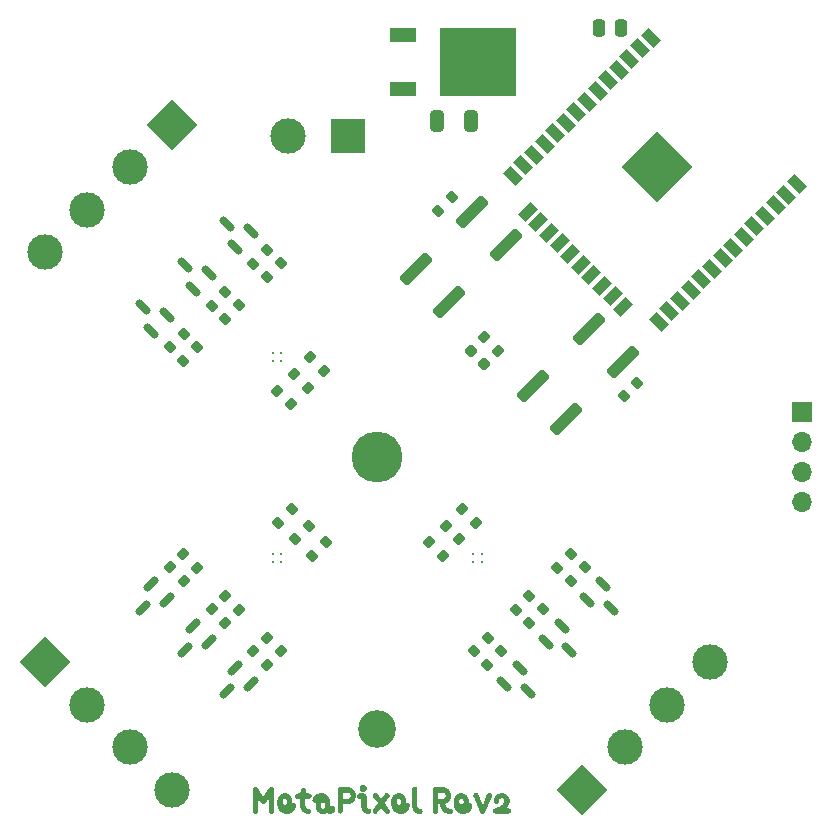
<source format=gts>
G04 #@! TF.GenerationSoftware,KiCad,Pcbnew,(7.0.0)*
G04 #@! TF.CreationDate,2023-02-17T18:54:55+01:00*
G04 #@! TF.ProjectId,enorme-metapixel,656e6f72-6d65-42d6-9d65-746170697865,rev?*
G04 #@! TF.SameCoordinates,Original*
G04 #@! TF.FileFunction,Soldermask,Top*
G04 #@! TF.FilePolarity,Negative*
%FSLAX46Y46*%
G04 Gerber Fmt 4.6, Leading zero omitted, Abs format (unit mm)*
G04 Created by KiCad (PCBNEW (7.0.0)) date 2023-02-17 18:54:55*
%MOMM*%
%LPD*%
G01*
G04 APERTURE LIST*
G04 Aperture macros list*
%AMRoundRect*
0 Rectangle with rounded corners*
0 $1 Rounding radius*
0 $2 $3 $4 $5 $6 $7 $8 $9 X,Y pos of 4 corners*
0 Add a 4 corners polygon primitive as box body*
4,1,4,$2,$3,$4,$5,$6,$7,$8,$9,$2,$3,0*
0 Add four circle primitives for the rounded corners*
1,1,$1+$1,$2,$3*
1,1,$1+$1,$4,$5*
1,1,$1+$1,$6,$7*
1,1,$1+$1,$8,$9*
0 Add four rect primitives between the rounded corners*
20,1,$1+$1,$2,$3,$4,$5,0*
20,1,$1+$1,$4,$5,$6,$7,0*
20,1,$1+$1,$6,$7,$8,$9,0*
20,1,$1+$1,$8,$9,$2,$3,0*%
%AMRotRect*
0 Rectangle, with rotation*
0 The origin of the aperture is its center*
0 $1 length*
0 $2 width*
0 $3 Rotation angle, in degrees counterclockwise*
0 Add horizontal line*
21,1,$1,$2,0,0,$3*%
G04 Aperture macros list end*
%ADD10C,0.200000*%
%ADD11RoundRect,0.150000X-0.521491X0.309359X0.309359X-0.521491X0.521491X-0.309359X-0.309359X0.521491X0*%
%ADD12R,0.290000X0.290000*%
%ADD13RoundRect,0.200000X0.335876X0.053033X0.053033X0.335876X-0.335876X-0.053033X-0.053033X-0.335876X0*%
%ADD14R,1.700000X1.700000*%
%ADD15O,1.700000X1.700000*%
%ADD16RoundRect,0.200000X-0.053033X0.335876X-0.335876X0.053033X0.053033X-0.335876X0.335876X-0.053033X0*%
%ADD17C,4.300000*%
%ADD18RoundRect,0.200000X-0.335876X-0.053033X-0.053033X-0.335876X0.335876X0.053033X0.053033X0.335876X0*%
%ADD19RotRect,1.500000X0.900000X315.000000*%
%ADD20RotRect,1.500000X0.900000X45.000000*%
%ADD21C,0.475000*%
%ADD22RotRect,4.200000X4.200000X315.000000*%
%ADD23RotRect,3.000000X3.000000X315.000000*%
%ADD24C,3.000000*%
%ADD25RotRect,3.000000X3.000000X45.000000*%
%ADD26RoundRect,0.250000X-0.777817X-1.131371X1.131371X0.777817X0.777817X1.131371X-1.131371X-0.777817X0*%
%ADD27RoundRect,0.200000X0.053033X-0.335876X0.335876X-0.053033X-0.053033X0.335876X-0.335876X0.053033X0*%
%ADD28R,3.000000X3.000000*%
%ADD29RoundRect,0.150000X0.309359X0.521491X-0.521491X-0.309359X-0.309359X-0.521491X0.521491X0.309359X0*%
%ADD30RoundRect,0.250000X0.777817X1.131371X-1.131371X-0.777817X-0.777817X-1.131371X1.131371X0.777817X0*%
%ADD31C,3.200000*%
%ADD32RoundRect,0.250000X-0.325000X-0.650000X0.325000X-0.650000X0.325000X0.650000X-0.325000X0.650000X0*%
%ADD33RoundRect,0.150000X0.521491X-0.309359X-0.309359X0.521491X-0.521491X0.309359X0.309359X-0.521491X0*%
%ADD34R,2.200000X1.200000*%
%ADD35R,6.400000X5.800000*%
%ADD36RotRect,3.000000X3.000000X225.000000*%
%ADD37RoundRect,0.218750X0.335876X0.026517X0.026517X0.335876X-0.335876X-0.026517X-0.026517X-0.335876X0*%
%ADD38RoundRect,0.250000X-0.250000X-0.475000X0.250000X-0.475000X0.250000X0.475000X-0.250000X0.475000X0*%
G04 APERTURE END LIST*
D10*
G36*
X157226217Y-125963856D02*
G01*
X157205893Y-125968701D01*
X157185984Y-125975257D01*
X157166674Y-125983511D01*
X157148147Y-125993446D01*
X157130586Y-126005050D01*
X157114174Y-126018307D01*
X157099095Y-126033203D01*
X157085533Y-126049723D01*
X157073671Y-126067854D01*
X157063693Y-126087580D01*
X157058178Y-126101609D01*
X157049681Y-126123344D01*
X157043581Y-126145659D01*
X157040107Y-126168515D01*
X157039493Y-126191872D01*
X157041333Y-126211693D01*
X157043523Y-126223731D01*
X157045966Y-128039921D01*
X157047309Y-128066841D01*
X157051215Y-128092092D01*
X157057500Y-128115665D01*
X157065978Y-128137549D01*
X157076466Y-128157736D01*
X157088779Y-128176217D01*
X157102731Y-128192981D01*
X157118140Y-128208021D01*
X157134818Y-128221326D01*
X157152584Y-128232887D01*
X157171250Y-128242695D01*
X157190634Y-128250740D01*
X157210550Y-128257014D01*
X157230814Y-128261507D01*
X157251241Y-128264210D01*
X157271646Y-128265113D01*
X157292535Y-128264210D01*
X157313320Y-128261507D01*
X157333831Y-128257014D01*
X157353895Y-128250740D01*
X157373341Y-128242695D01*
X157391997Y-128232887D01*
X157409691Y-128221326D01*
X157426252Y-128208021D01*
X157441508Y-128192981D01*
X157455286Y-128176217D01*
X157467416Y-128157736D01*
X157477726Y-128137549D01*
X157486044Y-128115665D01*
X157492197Y-128092092D01*
X157496016Y-128066841D01*
X157497327Y-128039921D01*
X157494396Y-126916892D01*
X157768436Y-127312077D01*
X157783130Y-127331709D01*
X157798815Y-127349140D01*
X157815348Y-127364413D01*
X157832587Y-127377567D01*
X157850390Y-127388645D01*
X157868613Y-127397687D01*
X157887116Y-127404734D01*
X157911972Y-127411098D01*
X157936733Y-127414086D01*
X157955038Y-127414171D01*
X157979504Y-127413651D01*
X158004314Y-127409828D01*
X158029123Y-127402604D01*
X158047524Y-127394897D01*
X158065587Y-127385181D01*
X158083166Y-127373415D01*
X158100118Y-127359559D01*
X158116297Y-127343572D01*
X158131558Y-127325411D01*
X158141151Y-127312077D01*
X158412749Y-126916892D01*
X158412749Y-128039921D01*
X158414086Y-128066841D01*
X158417978Y-128092092D01*
X158424241Y-128115665D01*
X158432693Y-128137549D01*
X158443151Y-128157736D01*
X158455433Y-128176217D01*
X158469357Y-128192981D01*
X158484739Y-128208021D01*
X158501399Y-128221326D01*
X158519152Y-128232887D01*
X158537817Y-128242695D01*
X158557211Y-128250740D01*
X158577151Y-128257014D01*
X158597456Y-128261507D01*
X158617943Y-128264210D01*
X158638429Y-128265113D01*
X158659237Y-128264210D01*
X158679963Y-128261507D01*
X158700432Y-128257014D01*
X158720472Y-128250740D01*
X158739907Y-128242695D01*
X158758565Y-128232887D01*
X158776271Y-128221326D01*
X158792852Y-128208021D01*
X158808133Y-128192981D01*
X158821940Y-128176217D01*
X158834101Y-128157736D01*
X158844440Y-128137549D01*
X158852785Y-128115665D01*
X158858960Y-128092092D01*
X158862793Y-128066841D01*
X158864110Y-128039921D01*
X158864110Y-126223731D01*
X158866944Y-126203535D01*
X158867721Y-126183353D01*
X158866530Y-126163341D01*
X158863461Y-126143655D01*
X158858603Y-126124453D01*
X158852045Y-126105890D01*
X158848966Y-126098679D01*
X158840348Y-126078534D01*
X158829739Y-126059879D01*
X158817336Y-126042735D01*
X158803337Y-126027126D01*
X158787941Y-126013072D01*
X158771345Y-126000594D01*
X158753748Y-125989716D01*
X158735348Y-125980457D01*
X158716342Y-125972841D01*
X158696929Y-125966889D01*
X158683858Y-125963856D01*
X158661265Y-125959649D01*
X158638092Y-125958018D01*
X158614620Y-125958962D01*
X158591127Y-125962483D01*
X158567894Y-125968579D01*
X158545200Y-125977252D01*
X158536336Y-125981442D01*
X158515846Y-125992524D01*
X158496299Y-126006389D01*
X158481586Y-126019333D01*
X158467901Y-126033799D01*
X158455432Y-126049674D01*
X158444369Y-126066843D01*
X158434900Y-126085190D01*
X158430823Y-126094771D01*
X157955038Y-126796725D01*
X157479253Y-126094771D01*
X157470633Y-126075863D01*
X157460301Y-126058363D01*
X157448469Y-126042306D01*
X157435350Y-126027726D01*
X157417462Y-126011630D01*
X157398306Y-125997962D01*
X157378296Y-125986790D01*
X157374228Y-125984861D01*
X157356208Y-125975764D01*
X157337775Y-125968596D01*
X157314364Y-125962288D01*
X157290792Y-125958853D01*
X157267327Y-125958214D01*
X157244238Y-125960291D01*
X157226217Y-125963856D01*
G37*
G36*
X159796737Y-126507515D02*
G01*
X159832499Y-126510333D01*
X159867267Y-126514970D01*
X159901028Y-126521375D01*
X159933771Y-126529499D01*
X159965483Y-126539292D01*
X159996152Y-126550704D01*
X160025767Y-126563686D01*
X160054314Y-126578188D01*
X160081783Y-126594160D01*
X160108160Y-126611552D01*
X160133435Y-126630315D01*
X160157594Y-126650399D01*
X160180626Y-126671754D01*
X160202519Y-126694330D01*
X160223260Y-126718078D01*
X160242838Y-126742949D01*
X160261240Y-126768891D01*
X160278454Y-126795856D01*
X160294469Y-126823794D01*
X160309272Y-126852654D01*
X160322851Y-126882388D01*
X160335194Y-126912946D01*
X160346290Y-126944278D01*
X160356125Y-126976334D01*
X160364688Y-127009064D01*
X160371966Y-127042419D01*
X160377949Y-127076348D01*
X160382623Y-127110803D01*
X160385976Y-127145734D01*
X160387997Y-127181090D01*
X160388673Y-127216822D01*
X160388607Y-127229169D01*
X160388107Y-127253543D01*
X160387195Y-127277012D01*
X160385962Y-127299005D01*
X160384110Y-127323546D01*
X160382079Y-127343768D01*
X160378904Y-127364345D01*
X160391446Y-127360148D01*
X160411632Y-127355674D01*
X160433949Y-127352124D01*
X160454783Y-127350014D01*
X160476601Y-127349202D01*
X160499742Y-127350356D01*
X160522836Y-127353787D01*
X160545628Y-127359448D01*
X160567864Y-127367291D01*
X160589289Y-127377270D01*
X160609651Y-127389336D01*
X160628695Y-127403443D01*
X160646166Y-127419544D01*
X160661812Y-127437591D01*
X160675377Y-127457537D01*
X160686609Y-127479335D01*
X160695252Y-127502938D01*
X160701052Y-127528298D01*
X160703757Y-127555368D01*
X160703112Y-127584101D01*
X160698862Y-127614450D01*
X160690793Y-127651515D01*
X160681441Y-127687686D01*
X160670831Y-127722945D01*
X160658987Y-127757272D01*
X160645935Y-127790649D01*
X160631699Y-127823057D01*
X160616304Y-127854479D01*
X160599776Y-127884895D01*
X160582138Y-127914287D01*
X160563416Y-127942637D01*
X160543634Y-127969926D01*
X160522818Y-127996135D01*
X160500992Y-128021247D01*
X160478182Y-128045241D01*
X160454412Y-128068101D01*
X160429706Y-128089807D01*
X160404091Y-128110341D01*
X160377590Y-128129685D01*
X160350228Y-128147819D01*
X160322031Y-128164726D01*
X160293024Y-128180387D01*
X160263230Y-128194782D01*
X160232676Y-128207895D01*
X160201385Y-128219706D01*
X160169383Y-128230197D01*
X160136695Y-128239349D01*
X160103345Y-128247144D01*
X160069358Y-128253564D01*
X160034760Y-128258588D01*
X159999575Y-128262201D01*
X159963827Y-128264382D01*
X159927543Y-128265113D01*
X159925100Y-128265113D01*
X159880789Y-128264049D01*
X159837451Y-128260883D01*
X159795115Y-128255653D01*
X159753808Y-128248400D01*
X159713560Y-128239161D01*
X159674398Y-128227976D01*
X159636351Y-128214884D01*
X159599448Y-128199923D01*
X159563718Y-128183132D01*
X159529187Y-128164550D01*
X159495886Y-128144217D01*
X159463842Y-128122170D01*
X159433084Y-128098450D01*
X159403640Y-128073094D01*
X159375539Y-128046143D01*
X159348809Y-128017634D01*
X159323479Y-127987606D01*
X159299577Y-127956099D01*
X159277131Y-127923151D01*
X159256171Y-127888802D01*
X159236724Y-127853090D01*
X159218818Y-127816054D01*
X159202483Y-127777733D01*
X159187747Y-127738166D01*
X159174637Y-127697392D01*
X159163184Y-127655450D01*
X159153414Y-127612378D01*
X159145357Y-127568216D01*
X159139041Y-127523003D01*
X159134494Y-127476776D01*
X159131745Y-127429577D01*
X159130823Y-127381442D01*
X159130823Y-127219265D01*
X159130868Y-127216822D01*
X159576810Y-127216822D01*
X159577083Y-127236541D01*
X159579214Y-127273175D01*
X159583335Y-127306211D01*
X159589301Y-127335812D01*
X159596966Y-127362146D01*
X159606183Y-127385377D01*
X159616807Y-127405670D01*
X159628692Y-127423190D01*
X159641692Y-127438103D01*
X159662963Y-127455947D01*
X159685921Y-127468853D01*
X159710074Y-127477382D01*
X159734928Y-127482090D01*
X159759992Y-127483535D01*
X159785508Y-127482090D01*
X159810636Y-127477382D01*
X159834915Y-127468853D01*
X159857880Y-127455947D01*
X159879068Y-127438103D01*
X159891976Y-127423190D01*
X159903752Y-127405670D01*
X159914256Y-127385377D01*
X159923352Y-127362146D01*
X159930903Y-127335812D01*
X159936770Y-127306211D01*
X159940817Y-127273175D01*
X159942907Y-127236541D01*
X159943174Y-127216822D01*
X159942907Y-127197066D01*
X159940817Y-127160405D01*
X159936770Y-127127399D01*
X159930903Y-127097876D01*
X159923352Y-127071662D01*
X159914256Y-127048585D01*
X159903752Y-127028471D01*
X159891976Y-127011146D01*
X159879068Y-126996439D01*
X159857880Y-126978905D01*
X159834915Y-126966285D01*
X159810636Y-126957994D01*
X159785508Y-126953448D01*
X159759992Y-126952063D01*
X159734027Y-126953636D01*
X159710467Y-126958210D01*
X159689214Y-126965571D01*
X159670164Y-126975503D01*
X159653219Y-126987790D01*
X159638276Y-127002218D01*
X159625236Y-127018570D01*
X159613996Y-127036632D01*
X159604457Y-127056188D01*
X159596517Y-127077023D01*
X159590075Y-127098921D01*
X159585030Y-127121667D01*
X159581283Y-127145045D01*
X159578731Y-127168841D01*
X159577273Y-127192838D01*
X159576810Y-127216822D01*
X159130868Y-127216822D01*
X159131491Y-127183311D01*
X159133488Y-127147746D01*
X159136804Y-127112621D01*
X159141428Y-127077985D01*
X159147351Y-127043886D01*
X159154561Y-127010374D01*
X159163048Y-126977498D01*
X159172802Y-126945308D01*
X159183813Y-126913853D01*
X159196069Y-126883182D01*
X159209562Y-126853345D01*
X159224280Y-126824390D01*
X159240213Y-126796367D01*
X159257351Y-126769326D01*
X159275682Y-126743315D01*
X159295198Y-126718384D01*
X159315887Y-126694582D01*
X159337740Y-126671958D01*
X159360745Y-126650563D01*
X159384893Y-126630444D01*
X159410172Y-126611651D01*
X159436573Y-126594235D01*
X159464086Y-126578242D01*
X159492699Y-126563725D01*
X159522403Y-126550730D01*
X159553187Y-126539308D01*
X159585041Y-126529508D01*
X159617954Y-126521380D01*
X159651916Y-126514972D01*
X159686916Y-126510334D01*
X159722945Y-126507515D01*
X159759992Y-126506564D01*
X159796737Y-126507515D01*
G37*
G36*
X160857131Y-126983326D02*
G01*
X161068157Y-126983326D01*
X161068157Y-127519195D01*
X161068892Y-127557995D01*
X161071090Y-127596238D01*
X161074739Y-127633881D01*
X161079829Y-127670878D01*
X161086348Y-127707186D01*
X161094284Y-127742760D01*
X161103627Y-127777557D01*
X161114365Y-127811531D01*
X161126486Y-127844638D01*
X161139981Y-127876835D01*
X161154837Y-127908076D01*
X161171042Y-127938319D01*
X161188587Y-127967517D01*
X161207459Y-127995628D01*
X161227648Y-128022606D01*
X161249141Y-128048408D01*
X161271928Y-128072989D01*
X161295998Y-128096306D01*
X161321338Y-128118313D01*
X161347939Y-128138966D01*
X161375788Y-128158221D01*
X161404875Y-128176035D01*
X161435188Y-128192362D01*
X161466716Y-128207158D01*
X161499447Y-128220380D01*
X161533370Y-128231982D01*
X161568475Y-128241921D01*
X161604749Y-128250152D01*
X161642182Y-128256631D01*
X161680762Y-128261313D01*
X161720478Y-128264155D01*
X161761318Y-128265113D01*
X161787937Y-128263835D01*
X161812838Y-128260109D01*
X161836022Y-128254100D01*
X161857489Y-128245970D01*
X161877238Y-128235882D01*
X161895270Y-128224000D01*
X161911585Y-128210486D01*
X161926182Y-128195503D01*
X161939062Y-128179216D01*
X161950225Y-128161786D01*
X161959670Y-128143378D01*
X161967398Y-128124154D01*
X161973409Y-128104277D01*
X161977702Y-128083911D01*
X161980278Y-128063219D01*
X161981137Y-128042363D01*
X161980278Y-128021508D01*
X161977702Y-128000815D01*
X161973409Y-127980449D01*
X161967398Y-127960572D01*
X161959670Y-127941348D01*
X161950225Y-127922940D01*
X161939062Y-127905510D01*
X161926182Y-127889223D01*
X161911585Y-127874241D01*
X161895270Y-127860727D01*
X161877238Y-127848844D01*
X161857489Y-127838756D01*
X161836022Y-127830626D01*
X161812838Y-127824617D01*
X161787937Y-127820892D01*
X161761318Y-127819614D01*
X161728591Y-127818299D01*
X161698504Y-127814406D01*
X161670984Y-127808015D01*
X161645959Y-127799204D01*
X161623356Y-127788052D01*
X161603100Y-127774637D01*
X161585121Y-127759038D01*
X161569343Y-127741334D01*
X161555696Y-127721603D01*
X161544104Y-127699925D01*
X161534496Y-127676378D01*
X161526799Y-127651040D01*
X161520940Y-127623991D01*
X161516844Y-127595309D01*
X161514441Y-127565073D01*
X161513656Y-127533361D01*
X161513656Y-126983326D01*
X161800397Y-126983326D01*
X161828524Y-126982048D01*
X161854836Y-126978323D01*
X161879334Y-126972314D01*
X161902017Y-126964184D01*
X161922886Y-126954096D01*
X161941940Y-126942213D01*
X161959179Y-126928699D01*
X161974603Y-126913717D01*
X161988213Y-126897429D01*
X162000008Y-126880000D01*
X162009989Y-126861592D01*
X162018155Y-126842367D01*
X162024506Y-126822491D01*
X162029043Y-126802125D01*
X162031765Y-126781432D01*
X162032672Y-126760577D01*
X162031765Y-126739721D01*
X162029043Y-126719029D01*
X162024506Y-126698663D01*
X162018155Y-126678786D01*
X162009989Y-126659562D01*
X162000008Y-126641153D01*
X161988213Y-126623724D01*
X161974603Y-126607436D01*
X161959179Y-126592454D01*
X161941940Y-126578940D01*
X161922886Y-126567058D01*
X161902017Y-126556970D01*
X161879334Y-126548840D01*
X161854836Y-126542830D01*
X161828524Y-126539105D01*
X161800397Y-126537827D01*
X161503398Y-126537827D01*
X161512986Y-126515565D01*
X161519714Y-126496721D01*
X161525963Y-126476214D01*
X161531661Y-126454204D01*
X161536737Y-126430849D01*
X161541117Y-126406309D01*
X161544729Y-126380743D01*
X161547501Y-126354312D01*
X161549359Y-126327173D01*
X161550233Y-126299488D01*
X161550292Y-126290165D01*
X161548977Y-126263272D01*
X161545149Y-126238098D01*
X161538987Y-126214646D01*
X161530669Y-126192918D01*
X161520373Y-126172916D01*
X161508278Y-126154642D01*
X161494561Y-126138098D01*
X161479401Y-126123286D01*
X161462976Y-126110209D01*
X161445464Y-126098868D01*
X161427043Y-126089267D01*
X161407891Y-126081406D01*
X161388187Y-126075288D01*
X161368109Y-126070916D01*
X161347835Y-126068291D01*
X161327543Y-126067415D01*
X161307245Y-126068291D01*
X161286956Y-126070916D01*
X161266853Y-126075288D01*
X161247118Y-126081406D01*
X161227930Y-126089267D01*
X161209468Y-126098868D01*
X161191911Y-126110209D01*
X161175441Y-126123286D01*
X161160235Y-126138098D01*
X161146474Y-126154642D01*
X161134337Y-126172916D01*
X161124005Y-126192918D01*
X161115655Y-126214646D01*
X161109469Y-126238098D01*
X161105626Y-126263272D01*
X161104305Y-126290165D01*
X161103273Y-126319592D01*
X161100190Y-126347229D01*
X161095080Y-126373062D01*
X161087964Y-126397075D01*
X161078864Y-126419253D01*
X161067803Y-126439581D01*
X161054803Y-126458045D01*
X161039886Y-126474629D01*
X161023074Y-126489319D01*
X161004390Y-126502098D01*
X160983855Y-126512953D01*
X160961492Y-126521867D01*
X160937322Y-126528827D01*
X160911369Y-126533817D01*
X160883655Y-126536822D01*
X160854200Y-126537827D01*
X160826561Y-126539105D01*
X160800706Y-126542830D01*
X160776635Y-126548840D01*
X160754349Y-126556970D01*
X160733848Y-126567058D01*
X160715133Y-126578940D01*
X160698204Y-126592454D01*
X160683062Y-126607436D01*
X160669708Y-126623724D01*
X160658142Y-126641153D01*
X160648364Y-126659562D01*
X160640375Y-126678786D01*
X160634176Y-126698663D01*
X160629767Y-126719029D01*
X160627149Y-126739721D01*
X160626322Y-126760577D01*
X160627286Y-126781432D01*
X160630043Y-126802125D01*
X160634593Y-126822491D01*
X160640936Y-126842367D01*
X160649073Y-126861592D01*
X160659005Y-126880000D01*
X160670731Y-126897429D01*
X160684253Y-126913717D01*
X160699571Y-126928699D01*
X160716686Y-126942213D01*
X160735597Y-126954096D01*
X160756307Y-126964184D01*
X160778814Y-126972314D01*
X160803120Y-126978323D01*
X160829226Y-126982048D01*
X160857131Y-126983326D01*
G37*
G36*
X162896917Y-126504087D02*
G01*
X162934589Y-126506902D01*
X162971902Y-126511575D01*
X163008796Y-126518091D01*
X163045212Y-126526434D01*
X163081091Y-126536588D01*
X163116373Y-126548537D01*
X163150999Y-126562267D01*
X163184909Y-126577761D01*
X163218045Y-126595004D01*
X163250346Y-126613981D01*
X163281753Y-126634675D01*
X163312207Y-126657072D01*
X163341649Y-126681156D01*
X163370018Y-126706910D01*
X163397257Y-126734321D01*
X163423305Y-126763371D01*
X163448102Y-126794046D01*
X163471590Y-126826330D01*
X163493710Y-126860207D01*
X163514401Y-126895662D01*
X163533604Y-126932679D01*
X163551261Y-126971243D01*
X163567311Y-127011338D01*
X163581695Y-127052948D01*
X163594354Y-127096059D01*
X163605228Y-127140654D01*
X163614259Y-127186717D01*
X163621386Y-127234235D01*
X163626550Y-127283189D01*
X163629692Y-127333566D01*
X163630753Y-127385350D01*
X163615121Y-127755134D01*
X163619333Y-127737593D01*
X163628560Y-127713498D01*
X163640942Y-127692043D01*
X163656100Y-127673202D01*
X163673654Y-127656951D01*
X163693226Y-127643267D01*
X163714436Y-127632125D01*
X163736904Y-127623501D01*
X163760253Y-127617371D01*
X163784102Y-127613710D01*
X163808073Y-127612496D01*
X163828962Y-127613392D01*
X163849747Y-127616071D01*
X163870258Y-127620517D01*
X163890322Y-127626715D01*
X163909768Y-127634651D01*
X163928424Y-127644309D01*
X163946118Y-127655675D01*
X163962679Y-127668733D01*
X163977935Y-127683468D01*
X163991713Y-127699865D01*
X164003843Y-127717910D01*
X164014153Y-127737586D01*
X164022471Y-127758880D01*
X164028625Y-127781776D01*
X164032443Y-127806259D01*
X164033754Y-127832314D01*
X164033208Y-127854572D01*
X164031587Y-127876539D01*
X164028915Y-127898189D01*
X164025215Y-127919493D01*
X164020511Y-127940424D01*
X164014826Y-127960956D01*
X164008186Y-127981061D01*
X164000613Y-128000712D01*
X163992131Y-128019881D01*
X163982764Y-128038541D01*
X163972536Y-128056666D01*
X163961471Y-128074226D01*
X163949592Y-128091196D01*
X163936924Y-128107548D01*
X163923489Y-128123255D01*
X163909312Y-128138289D01*
X163894417Y-128152624D01*
X163878827Y-128166231D01*
X163862566Y-128179084D01*
X163845658Y-128191156D01*
X163828127Y-128202418D01*
X163809996Y-128212844D01*
X163791290Y-128222407D01*
X163772032Y-128231079D01*
X163752246Y-128238833D01*
X163731956Y-128245641D01*
X163711185Y-128251477D01*
X163689957Y-128256313D01*
X163668296Y-128260122D01*
X163646227Y-128262876D01*
X163623772Y-128264549D01*
X163600955Y-128265113D01*
X163581131Y-128264671D01*
X163551973Y-128262400D01*
X163523599Y-128258289D01*
X163496107Y-128252439D01*
X163469596Y-128244952D01*
X163444166Y-128235929D01*
X163419915Y-128225471D01*
X163396942Y-128213680D01*
X163375347Y-128200658D01*
X163355228Y-128186505D01*
X163336685Y-128171323D01*
X163320004Y-128182117D01*
X163302592Y-128192323D01*
X163284484Y-128201927D01*
X163265717Y-128210914D01*
X163246325Y-128219267D01*
X163226346Y-128226973D01*
X163205814Y-128234017D01*
X163184766Y-128240383D01*
X163163236Y-128246056D01*
X163141262Y-128251022D01*
X163118878Y-128255265D01*
X163096121Y-128258770D01*
X163073026Y-128261522D01*
X163049629Y-128263507D01*
X163025965Y-128264709D01*
X163002072Y-128265113D01*
X162968412Y-128264326D01*
X162935323Y-128261978D01*
X162902837Y-128258088D01*
X162870987Y-128252674D01*
X162839806Y-128245756D01*
X162809326Y-128237353D01*
X162779580Y-128227483D01*
X162750601Y-128216165D01*
X162722421Y-128203418D01*
X162695073Y-128189261D01*
X162668590Y-128173712D01*
X162643003Y-128156792D01*
X162618347Y-128138518D01*
X162594653Y-128118909D01*
X162571955Y-128097985D01*
X162550284Y-128075763D01*
X162529673Y-128052264D01*
X162510156Y-128027506D01*
X162491764Y-128001507D01*
X162474531Y-127974287D01*
X162458489Y-127945865D01*
X162443671Y-127916259D01*
X162430108Y-127885488D01*
X162417835Y-127853571D01*
X162406884Y-127820527D01*
X162397287Y-127786375D01*
X162389076Y-127751134D01*
X162382286Y-127714823D01*
X162376947Y-127677460D01*
X162373093Y-127639064D01*
X162370757Y-127599655D01*
X162369971Y-127559251D01*
X162815959Y-127559251D01*
X162817035Y-127599044D01*
X162820169Y-127634672D01*
X162825223Y-127666356D01*
X162832056Y-127694317D01*
X162840529Y-127718774D01*
X162850503Y-127739948D01*
X162861838Y-127758060D01*
X162881086Y-127779967D01*
X162902613Y-127796224D01*
X162925945Y-127807572D01*
X162950613Y-127814758D01*
X162976146Y-127818524D01*
X163002072Y-127819614D01*
X163019263Y-127819148D01*
X163044737Y-127816356D01*
X163069437Y-127810393D01*
X163092913Y-127800515D01*
X163114717Y-127785977D01*
X163134398Y-127766036D01*
X163146118Y-127749373D01*
X163156563Y-127729758D01*
X163165598Y-127706970D01*
X163173092Y-127680788D01*
X163178910Y-127650994D01*
X163182920Y-127617365D01*
X163184989Y-127579682D01*
X163185254Y-127559251D01*
X163184200Y-127519344D01*
X163181130Y-127483563D01*
X163176177Y-127451693D01*
X163169477Y-127423520D01*
X163161167Y-127398831D01*
X163151380Y-127377411D01*
X163140252Y-127359046D01*
X163121341Y-127336760D01*
X163100174Y-127320146D01*
X163077208Y-127308480D01*
X163052897Y-127301041D01*
X163027700Y-127297108D01*
X163002072Y-127295957D01*
X162984767Y-127296451D01*
X162959051Y-127299376D01*
X162934043Y-127305566D01*
X162910213Y-127315743D01*
X162888032Y-127330628D01*
X162867972Y-127350943D01*
X162856009Y-127367860D01*
X162845337Y-127387726D01*
X162836096Y-127410754D01*
X162828426Y-127437158D01*
X162822465Y-127467153D01*
X162818353Y-127500951D01*
X162816231Y-127538769D01*
X162815959Y-127559251D01*
X162369971Y-127559251D01*
X162370347Y-127531247D01*
X162371430Y-127503945D01*
X162373156Y-127477508D01*
X162375458Y-127452098D01*
X162378273Y-127427875D01*
X162381534Y-127405003D01*
X162385177Y-127383643D01*
X162389137Y-127363956D01*
X162394795Y-127340589D01*
X162400746Y-127320870D01*
X162388669Y-127324808D01*
X162368792Y-127328623D01*
X162346992Y-127331236D01*
X162326985Y-127332105D01*
X162302749Y-127330759D01*
X162278591Y-127326784D01*
X162254795Y-127320278D01*
X162231646Y-127311337D01*
X162209427Y-127300057D01*
X162188422Y-127286535D01*
X162168915Y-127270869D01*
X162151191Y-127253153D01*
X162135533Y-127233486D01*
X162122226Y-127211963D01*
X162111554Y-127188682D01*
X162103800Y-127163738D01*
X162099249Y-127137228D01*
X162098185Y-127109250D01*
X162100892Y-127079899D01*
X162107655Y-127049272D01*
X162117604Y-127016933D01*
X162128746Y-126985500D01*
X162141050Y-126954983D01*
X162154482Y-126925387D01*
X162169012Y-126896722D01*
X162184606Y-126868995D01*
X162201233Y-126842214D01*
X162218861Y-126816386D01*
X162237458Y-126791520D01*
X162256992Y-126767624D01*
X162277431Y-126744706D01*
X162298742Y-126722772D01*
X162320894Y-126701832D01*
X162343855Y-126681893D01*
X162367593Y-126662963D01*
X162392075Y-126645050D01*
X162417270Y-126628161D01*
X162443146Y-126612305D01*
X162469671Y-126597489D01*
X162496812Y-126583722D01*
X162524537Y-126571011D01*
X162552816Y-126559363D01*
X162581614Y-126548788D01*
X162610902Y-126539293D01*
X162640646Y-126530885D01*
X162670814Y-126523572D01*
X162701375Y-126517363D01*
X162732296Y-126512266D01*
X162763546Y-126508287D01*
X162795092Y-126505435D01*
X162826903Y-126503719D01*
X162858946Y-126503145D01*
X162896917Y-126504087D01*
G37*
G36*
X165153931Y-126015250D02*
G01*
X165194196Y-126018440D01*
X165233125Y-126023665D01*
X165270719Y-126030852D01*
X165306978Y-126039928D01*
X165341902Y-126050817D01*
X165375492Y-126063447D01*
X165407749Y-126077742D01*
X165438673Y-126093630D01*
X165468265Y-126111036D01*
X165496524Y-126129886D01*
X165523451Y-126150106D01*
X165549047Y-126171622D01*
X165573312Y-126194361D01*
X165596247Y-126218248D01*
X165617852Y-126243209D01*
X165638127Y-126269171D01*
X165657073Y-126296059D01*
X165674691Y-126323799D01*
X165690980Y-126352318D01*
X165705942Y-126381541D01*
X165719577Y-126411395D01*
X165731885Y-126441805D01*
X165742866Y-126472698D01*
X165752521Y-126504000D01*
X165760851Y-126535636D01*
X165767856Y-126567532D01*
X165773536Y-126599616D01*
X165777893Y-126631812D01*
X165780925Y-126664047D01*
X165782634Y-126696246D01*
X165783021Y-126728337D01*
X165773740Y-126728825D01*
X165773674Y-126759692D01*
X165772285Y-126790695D01*
X165769572Y-126821760D01*
X165765536Y-126852815D01*
X165760174Y-126883786D01*
X165753487Y-126914600D01*
X165745474Y-126945184D01*
X165736134Y-126975465D01*
X165725467Y-127005369D01*
X165713471Y-127034824D01*
X165700148Y-127063756D01*
X165685495Y-127092092D01*
X165669512Y-127119760D01*
X165652198Y-127146685D01*
X165633554Y-127172794D01*
X165613577Y-127198016D01*
X165592269Y-127222275D01*
X165569627Y-127245500D01*
X165545652Y-127267616D01*
X165520342Y-127288551D01*
X165493698Y-127308232D01*
X165465718Y-127326586D01*
X165436402Y-127343539D01*
X165405750Y-127359017D01*
X165373760Y-127372949D01*
X165340432Y-127385261D01*
X165305765Y-127395879D01*
X165269759Y-127404731D01*
X165232413Y-127411743D01*
X165193727Y-127416842D01*
X165153699Y-127419955D01*
X165112330Y-127421009D01*
X164688324Y-127421009D01*
X164688324Y-128012565D01*
X164687014Y-128039040D01*
X164683195Y-128063868D01*
X164677042Y-128087042D01*
X164668724Y-128108553D01*
X164658414Y-128128392D01*
X164646284Y-128146552D01*
X164632505Y-128163022D01*
X164617250Y-128177796D01*
X164600689Y-128190863D01*
X164582995Y-128202216D01*
X164564339Y-128211846D01*
X164544893Y-128219744D01*
X164524829Y-128225903D01*
X164504318Y-128230312D01*
X164483533Y-128232964D01*
X164462644Y-128233850D01*
X164442319Y-128232964D01*
X164421952Y-128230312D01*
X164401729Y-128225903D01*
X164381838Y-128219744D01*
X164362465Y-128211846D01*
X164343796Y-128202216D01*
X164326019Y-128190863D01*
X164309321Y-128177796D01*
X164293887Y-128163022D01*
X164279906Y-128146552D01*
X164267563Y-128128392D01*
X164257045Y-128108553D01*
X164248540Y-128087042D01*
X164242233Y-128063868D01*
X164238312Y-128039040D01*
X164236964Y-128012565D01*
X164236964Y-126457227D01*
X164688324Y-126457227D01*
X164688324Y-126981372D01*
X165112330Y-126981372D01*
X165137865Y-126980149D01*
X165161886Y-126976532D01*
X165184380Y-126970601D01*
X165205333Y-126962436D01*
X165224732Y-126952115D01*
X165242564Y-126939718D01*
X165258814Y-126925325D01*
X165273469Y-126909015D01*
X165286516Y-126890868D01*
X165297940Y-126870962D01*
X165307729Y-126849378D01*
X165315868Y-126826194D01*
X165322345Y-126801491D01*
X165327144Y-126775347D01*
X165328949Y-126759379D01*
X165328729Y-126759600D01*
X165328944Y-126755914D01*
X165329711Y-126752635D01*
X165330254Y-126747842D01*
X165331660Y-126719055D01*
X165331660Y-126716124D01*
X165330737Y-126687940D01*
X165327986Y-126660962D01*
X165323433Y-126635275D01*
X165317105Y-126610963D01*
X165309028Y-126588110D01*
X165299228Y-126566802D01*
X165287733Y-126547123D01*
X165274568Y-126529157D01*
X165259761Y-126512988D01*
X165243337Y-126498701D01*
X165225323Y-126486380D01*
X165205745Y-126476110D01*
X165184631Y-126467975D01*
X165162006Y-126462060D01*
X165137897Y-126458449D01*
X165112330Y-126457227D01*
X164688324Y-126457227D01*
X164236964Y-126457227D01*
X164236964Y-126239851D01*
X164237867Y-126219445D01*
X164240570Y-126199018D01*
X164245065Y-126178755D01*
X164251343Y-126158839D01*
X164259396Y-126139455D01*
X164269215Y-126120788D01*
X164280791Y-126103023D01*
X164294117Y-126086344D01*
X164309182Y-126070936D01*
X164325979Y-126056984D01*
X164344499Y-126044671D01*
X164364733Y-126034183D01*
X164386674Y-126025705D01*
X164410311Y-126019420D01*
X164435638Y-126015514D01*
X164462644Y-126014171D01*
X165112330Y-126014171D01*
X165153931Y-126015250D01*
G37*
G36*
X166085882Y-126983326D02*
G01*
X166235359Y-126983326D01*
X166235359Y-127568532D01*
X166236095Y-127607878D01*
X166238289Y-127646309D01*
X166241921Y-127683804D01*
X166246967Y-127720339D01*
X166253407Y-127755894D01*
X166261218Y-127790447D01*
X166270381Y-127823975D01*
X166280872Y-127856456D01*
X166292670Y-127887869D01*
X166305754Y-127918192D01*
X166320103Y-127947403D01*
X166335694Y-127975480D01*
X166352506Y-128002400D01*
X166370518Y-128028143D01*
X166389707Y-128052686D01*
X166410053Y-128076008D01*
X166431534Y-128098085D01*
X166454129Y-128118897D01*
X166477815Y-128138422D01*
X166502571Y-128156637D01*
X166528376Y-128173521D01*
X166555208Y-128189052D01*
X166583045Y-128203208D01*
X166611867Y-128215966D01*
X166641651Y-128227306D01*
X166672375Y-128237205D01*
X166704019Y-128245641D01*
X166736561Y-128252592D01*
X166769979Y-128258037D01*
X166804252Y-128261953D01*
X166839358Y-128264319D01*
X166875275Y-128265113D01*
X166901894Y-128263835D01*
X166926795Y-128260109D01*
X166949979Y-128254100D01*
X166971446Y-128245970D01*
X166991195Y-128235882D01*
X167009227Y-128224000D01*
X167025542Y-128210486D01*
X167040139Y-128195503D01*
X167053019Y-128179216D01*
X167064181Y-128161786D01*
X167073627Y-128143378D01*
X167081355Y-128124154D01*
X167087365Y-128104277D01*
X167091659Y-128083911D01*
X167094235Y-128063219D01*
X167095093Y-128042363D01*
X167094235Y-128021508D01*
X167091659Y-128000815D01*
X167087365Y-127980449D01*
X167081355Y-127960572D01*
X167073627Y-127941348D01*
X167064181Y-127922940D01*
X167053019Y-127905510D01*
X167040139Y-127889223D01*
X167025542Y-127874241D01*
X167009227Y-127860727D01*
X166991195Y-127848844D01*
X166971446Y-127838756D01*
X166949979Y-127830626D01*
X166926795Y-127824617D01*
X166901894Y-127820892D01*
X166875275Y-127819614D01*
X166853933Y-127819102D01*
X166833542Y-127817440D01*
X166814161Y-127814442D01*
X166787114Y-127807029D01*
X166762669Y-127795554D01*
X166741026Y-127779384D01*
X166722383Y-127757886D01*
X166711718Y-127740282D01*
X166702533Y-127719842D01*
X166694886Y-127696378D01*
X166688837Y-127669702D01*
X166684443Y-127639628D01*
X166681764Y-127605967D01*
X166680858Y-127568532D01*
X166680858Y-126760577D01*
X166679784Y-126737226D01*
X166676616Y-126714681D01*
X166671436Y-126693039D01*
X166664325Y-126672397D01*
X166655366Y-126652852D01*
X166644639Y-126634499D01*
X166632226Y-126617435D01*
X166618209Y-126601758D01*
X166602670Y-126587563D01*
X166585689Y-126574947D01*
X166567348Y-126564008D01*
X166547730Y-126554840D01*
X166526915Y-126547542D01*
X166504986Y-126542209D01*
X166482023Y-126538939D01*
X166458108Y-126537827D01*
X166085882Y-126537827D01*
X166059263Y-126539105D01*
X166034362Y-126542830D01*
X166011178Y-126548840D01*
X165989711Y-126556970D01*
X165969962Y-126567058D01*
X165951930Y-126578940D01*
X165935615Y-126592454D01*
X165921018Y-126607436D01*
X165908138Y-126623724D01*
X165896975Y-126641153D01*
X165887530Y-126659562D01*
X165879802Y-126678786D01*
X165873791Y-126698663D01*
X165869498Y-126719029D01*
X165866922Y-126739721D01*
X165866063Y-126760577D01*
X165866922Y-126781432D01*
X165869498Y-126802125D01*
X165873791Y-126822491D01*
X165879802Y-126842367D01*
X165887530Y-126861592D01*
X165896975Y-126880000D01*
X165908138Y-126897429D01*
X165921018Y-126913717D01*
X165935615Y-126928699D01*
X165951930Y-126942213D01*
X165969962Y-126954096D01*
X165989711Y-126964184D01*
X166011178Y-126972314D01*
X166034362Y-126978323D01*
X166059263Y-126982048D01*
X166085882Y-126983326D01*
G37*
G36*
X166421960Y-126420591D02*
G01*
X166452695Y-126418970D01*
X166482686Y-126414221D01*
X166511763Y-126406513D01*
X166539754Y-126396014D01*
X166566489Y-126382893D01*
X166591796Y-126367319D01*
X166615504Y-126349461D01*
X166637443Y-126329488D01*
X166657442Y-126307569D01*
X166675329Y-126283872D01*
X166690933Y-126258566D01*
X166704084Y-126231821D01*
X166714610Y-126203806D01*
X166722340Y-126174688D01*
X166727103Y-126144637D01*
X166728729Y-126113822D01*
X166727103Y-126083087D01*
X166722340Y-126053096D01*
X166714610Y-126024019D01*
X166704084Y-125996028D01*
X166690933Y-125969293D01*
X166675329Y-125943986D01*
X166657442Y-125920277D01*
X166637443Y-125898338D01*
X166615504Y-125878340D01*
X166591796Y-125860453D01*
X166566489Y-125844849D01*
X166539754Y-125831698D01*
X166511763Y-125821172D01*
X166482686Y-125813442D01*
X166452695Y-125808678D01*
X166421960Y-125807053D01*
X166390657Y-125808678D01*
X166360232Y-125813442D01*
X166330843Y-125821172D01*
X166302648Y-125831698D01*
X166275803Y-125844849D01*
X166250467Y-125860453D01*
X166226797Y-125878340D01*
X166204950Y-125898338D01*
X166185084Y-125920277D01*
X166167356Y-125943986D01*
X166151923Y-125969293D01*
X166138944Y-125996028D01*
X166128574Y-126024019D01*
X166120973Y-126053096D01*
X166116296Y-126083087D01*
X166114703Y-126113822D01*
X166116296Y-126144637D01*
X166120973Y-126174688D01*
X166128574Y-126203806D01*
X166138944Y-126231821D01*
X166151923Y-126258566D01*
X166167356Y-126283872D01*
X166185084Y-126307569D01*
X166204950Y-126329488D01*
X166226797Y-126349461D01*
X166250467Y-126367319D01*
X166275803Y-126382893D01*
X166302648Y-126396014D01*
X166330843Y-126406513D01*
X166360232Y-126414221D01*
X166390657Y-126418970D01*
X166421960Y-126420591D01*
G37*
G36*
X167597745Y-128171812D02*
G01*
X167926985Y-127726313D01*
X168261597Y-128171812D01*
X168275279Y-128189238D01*
X168289856Y-128204729D01*
X168305193Y-128218333D01*
X168321154Y-128230098D01*
X168343174Y-128243009D01*
X168365744Y-128252851D01*
X168388543Y-128259739D01*
X168411249Y-128263788D01*
X168433544Y-128265113D01*
X168463170Y-128262921D01*
X168492247Y-128256553D01*
X168520373Y-128246321D01*
X168547148Y-128232537D01*
X168572171Y-128215513D01*
X168595042Y-128195561D01*
X168615360Y-128172992D01*
X168632724Y-128148120D01*
X168646734Y-128121256D01*
X168656988Y-128092711D01*
X168663087Y-128062799D01*
X168664629Y-128031830D01*
X168661213Y-128000117D01*
X168652439Y-127967972D01*
X168637907Y-127935707D01*
X168617215Y-127903633D01*
X168212260Y-127363368D01*
X168594745Y-126845085D01*
X168605920Y-126828875D01*
X168623488Y-126796307D01*
X168635023Y-126763792D01*
X168640937Y-126731632D01*
X168641641Y-126700132D01*
X168637548Y-126669593D01*
X168629070Y-126640318D01*
X168616619Y-126612610D01*
X168600608Y-126586771D01*
X168581448Y-126563104D01*
X168559552Y-126541911D01*
X168535332Y-126523497D01*
X168509200Y-126508162D01*
X168481568Y-126496210D01*
X168452849Y-126487944D01*
X168423454Y-126483666D01*
X168408632Y-126483117D01*
X168386055Y-126484462D01*
X168363210Y-126488566D01*
X168340376Y-126495533D01*
X168317834Y-126505465D01*
X168295865Y-126518465D01*
X168279932Y-126530291D01*
X168264598Y-126543944D01*
X168249979Y-126559468D01*
X168236196Y-126576906D01*
X167937731Y-126992607D01*
X167626077Y-126576906D01*
X167612294Y-126559468D01*
X167597676Y-126543944D01*
X167582341Y-126530291D01*
X167566409Y-126518465D01*
X167544439Y-126505465D01*
X167521897Y-126495533D01*
X167499064Y-126488566D01*
X167476218Y-126484462D01*
X167453642Y-126483117D01*
X167424102Y-126485325D01*
X167395100Y-126491738D01*
X167367037Y-126502037D01*
X167340313Y-126515906D01*
X167315330Y-126533027D01*
X167292488Y-126553081D01*
X167272187Y-126575751D01*
X167254828Y-126600720D01*
X167240813Y-126627669D01*
X167230541Y-126656281D01*
X167224414Y-126686239D01*
X167222832Y-126717224D01*
X167226197Y-126748918D01*
X167234907Y-126781005D01*
X167249365Y-126813167D01*
X167269971Y-126845085D01*
X167652456Y-127357506D01*
X167242128Y-127903633D01*
X167221468Y-127935707D01*
X167207023Y-127967972D01*
X167198381Y-128000117D01*
X167195126Y-128031830D01*
X167196846Y-128062799D01*
X167203127Y-128092711D01*
X167213555Y-128121256D01*
X167227717Y-128148120D01*
X167245200Y-128172992D01*
X167265588Y-128195561D01*
X167288470Y-128215513D01*
X167313431Y-128232537D01*
X167340058Y-128246321D01*
X167367938Y-128256553D01*
X167396655Y-128262921D01*
X167425798Y-128265113D01*
X167448093Y-128263788D01*
X167470800Y-128259739D01*
X167493599Y-128252851D01*
X167516168Y-128243009D01*
X167538188Y-128230098D01*
X167554150Y-128218333D01*
X167569487Y-128204729D01*
X167584063Y-128189238D01*
X167597745Y-128171812D01*
G37*
G36*
X169445306Y-126507515D02*
G01*
X169481069Y-126510333D01*
X169515836Y-126514970D01*
X169549598Y-126521375D01*
X169582340Y-126529499D01*
X169614052Y-126539292D01*
X169644722Y-126550704D01*
X169674336Y-126563686D01*
X169702884Y-126578188D01*
X169730352Y-126594160D01*
X169756730Y-126611552D01*
X169782004Y-126630315D01*
X169806164Y-126650399D01*
X169829195Y-126671754D01*
X169851088Y-126694330D01*
X169871829Y-126718078D01*
X169891407Y-126742949D01*
X169909809Y-126768891D01*
X169927024Y-126795856D01*
X169943039Y-126823794D01*
X169957842Y-126852654D01*
X169971421Y-126882388D01*
X169983764Y-126912946D01*
X169994859Y-126944278D01*
X170004694Y-126976334D01*
X170013257Y-127009064D01*
X170020536Y-127042419D01*
X170026518Y-127076348D01*
X170031192Y-127110803D01*
X170034546Y-127145734D01*
X170036566Y-127181090D01*
X170037243Y-127216822D01*
X170037176Y-127229169D01*
X170036676Y-127253543D01*
X170035764Y-127277012D01*
X170034531Y-127299005D01*
X170032679Y-127323546D01*
X170030648Y-127343768D01*
X170027473Y-127364345D01*
X170040015Y-127360148D01*
X170060202Y-127355674D01*
X170082518Y-127352124D01*
X170103352Y-127350014D01*
X170125170Y-127349202D01*
X170148312Y-127350356D01*
X170171406Y-127353787D01*
X170194197Y-127359448D01*
X170216433Y-127367291D01*
X170237859Y-127377270D01*
X170258221Y-127389336D01*
X170277264Y-127403443D01*
X170294736Y-127419544D01*
X170310381Y-127437591D01*
X170323947Y-127457537D01*
X170335178Y-127479335D01*
X170343821Y-127502938D01*
X170349622Y-127528298D01*
X170352327Y-127555368D01*
X170351681Y-127584101D01*
X170347431Y-127614450D01*
X170339362Y-127651515D01*
X170330011Y-127687686D01*
X170319400Y-127722945D01*
X170307557Y-127757272D01*
X170294504Y-127790649D01*
X170280269Y-127823057D01*
X170264874Y-127854479D01*
X170248345Y-127884895D01*
X170230707Y-127914287D01*
X170211985Y-127942637D01*
X170192203Y-127969926D01*
X170171387Y-127996135D01*
X170149562Y-128021247D01*
X170126751Y-128045241D01*
X170102981Y-128068101D01*
X170078276Y-128089807D01*
X170052660Y-128110341D01*
X170026159Y-128129685D01*
X169998798Y-128147819D01*
X169970601Y-128164726D01*
X169941593Y-128180387D01*
X169911800Y-128194782D01*
X169881245Y-128207895D01*
X169849954Y-128219706D01*
X169817952Y-128230197D01*
X169785264Y-128239349D01*
X169751914Y-128247144D01*
X169717928Y-128253564D01*
X169683329Y-128258588D01*
X169648144Y-128262201D01*
X169612397Y-128264382D01*
X169576112Y-128265113D01*
X169573670Y-128265113D01*
X169529359Y-128264049D01*
X169486021Y-128260883D01*
X169443684Y-128255653D01*
X169402377Y-128248400D01*
X169362129Y-128239161D01*
X169322967Y-128227976D01*
X169284921Y-128214884D01*
X169248018Y-128199923D01*
X169212287Y-128183132D01*
X169177757Y-128164550D01*
X169144455Y-128144217D01*
X169112412Y-128122170D01*
X169081654Y-128098450D01*
X169052210Y-128073094D01*
X169024109Y-128046143D01*
X168997379Y-128017634D01*
X168972049Y-127987606D01*
X168948147Y-127956099D01*
X168925701Y-127923151D01*
X168904740Y-127888802D01*
X168885293Y-127853090D01*
X168867388Y-127816054D01*
X168851052Y-127777733D01*
X168836316Y-127738166D01*
X168823207Y-127697392D01*
X168811753Y-127655450D01*
X168801984Y-127612378D01*
X168793927Y-127568216D01*
X168787610Y-127523003D01*
X168783064Y-127476776D01*
X168780315Y-127429577D01*
X168779392Y-127381442D01*
X168779392Y-127219265D01*
X168779437Y-127216822D01*
X169225380Y-127216822D01*
X169225653Y-127236541D01*
X169227783Y-127273175D01*
X169231905Y-127306211D01*
X169237871Y-127335812D01*
X169245535Y-127362146D01*
X169254753Y-127385377D01*
X169265377Y-127405670D01*
X169277262Y-127423190D01*
X169290262Y-127438103D01*
X169311532Y-127455947D01*
X169334490Y-127468853D01*
X169358643Y-127477382D01*
X169383498Y-127482090D01*
X169408562Y-127483535D01*
X169434077Y-127482090D01*
X169459206Y-127477382D01*
X169483485Y-127468853D01*
X169506450Y-127455947D01*
X169527637Y-127438103D01*
X169540546Y-127423190D01*
X169552321Y-127405670D01*
X169562825Y-127385377D01*
X169571922Y-127362146D01*
X169579472Y-127335812D01*
X169585340Y-127306211D01*
X169589387Y-127273175D01*
X169591476Y-127236541D01*
X169591744Y-127216822D01*
X169591476Y-127197066D01*
X169589387Y-127160405D01*
X169585340Y-127127399D01*
X169579472Y-127097876D01*
X169571922Y-127071662D01*
X169562825Y-127048585D01*
X169552321Y-127028471D01*
X169540546Y-127011146D01*
X169527637Y-126996439D01*
X169506450Y-126978905D01*
X169483485Y-126966285D01*
X169459206Y-126957994D01*
X169434077Y-126953448D01*
X169408562Y-126952063D01*
X169382596Y-126953636D01*
X169359037Y-126958210D01*
X169337783Y-126965571D01*
X169318734Y-126975503D01*
X169301788Y-126987790D01*
X169286846Y-127002218D01*
X169273805Y-127018570D01*
X169262566Y-127036632D01*
X169253026Y-127056188D01*
X169245086Y-127077023D01*
X169238644Y-127098921D01*
X169233600Y-127121667D01*
X169229852Y-127145045D01*
X169227300Y-127168841D01*
X169225843Y-127192838D01*
X169225380Y-127216822D01*
X168779437Y-127216822D01*
X168780060Y-127183311D01*
X168782057Y-127147746D01*
X168785373Y-127112621D01*
X168789998Y-127077985D01*
X168795920Y-127043886D01*
X168803130Y-127010374D01*
X168811617Y-126977498D01*
X168821371Y-126945308D01*
X168832382Y-126913853D01*
X168844639Y-126883182D01*
X168858131Y-126853345D01*
X168872849Y-126824390D01*
X168888782Y-126796367D01*
X168905920Y-126769326D01*
X168924252Y-126743315D01*
X168943768Y-126718384D01*
X168964457Y-126694582D01*
X168986309Y-126671958D01*
X169009314Y-126650563D01*
X169033462Y-126630444D01*
X169058742Y-126611651D01*
X169085143Y-126594235D01*
X169112655Y-126578242D01*
X169141268Y-126563725D01*
X169170972Y-126550730D01*
X169201756Y-126539308D01*
X169233610Y-126529508D01*
X169266523Y-126521380D01*
X169300485Y-126514972D01*
X169335486Y-126510334D01*
X169371515Y-126507515D01*
X169408562Y-126506564D01*
X169445306Y-126507515D01*
G37*
G36*
X171215959Y-128265113D02*
G01*
X171242533Y-128263835D01*
X171267393Y-128260109D01*
X171290538Y-128254100D01*
X171311969Y-128245970D01*
X171331686Y-128235882D01*
X171349687Y-128224000D01*
X171365975Y-128210486D01*
X171380548Y-128195503D01*
X171393406Y-128179216D01*
X171404551Y-128161786D01*
X171413980Y-128143378D01*
X171421695Y-128124154D01*
X171427696Y-128104277D01*
X171431982Y-128083911D01*
X171434554Y-128063219D01*
X171435411Y-128042363D01*
X171434554Y-128021508D01*
X171431982Y-128000815D01*
X171427696Y-127980449D01*
X171421695Y-127960572D01*
X171413980Y-127941348D01*
X171404551Y-127922940D01*
X171393406Y-127905510D01*
X171380548Y-127889223D01*
X171365975Y-127874241D01*
X171349687Y-127860727D01*
X171331686Y-127848844D01*
X171311969Y-127838756D01*
X171290538Y-127830626D01*
X171267393Y-127824617D01*
X171242533Y-127820892D01*
X171215959Y-127819614D01*
X171190998Y-127819057D01*
X171167258Y-127817241D01*
X171144794Y-127813950D01*
X171123658Y-127808966D01*
X171103905Y-127802074D01*
X171085588Y-127793055D01*
X171068760Y-127781694D01*
X171053476Y-127767773D01*
X171039789Y-127751076D01*
X171027753Y-127731386D01*
X171017422Y-127708485D01*
X171008848Y-127682158D01*
X171002087Y-127652188D01*
X170997191Y-127618357D01*
X170994214Y-127580448D01*
X170993462Y-127559897D01*
X170993209Y-127538246D01*
X170993209Y-126183187D01*
X170991894Y-126156213D01*
X170988066Y-126130980D01*
X170981904Y-126107487D01*
X170973586Y-126085734D01*
X170963290Y-126065721D01*
X170951195Y-126047449D01*
X170937478Y-126030916D01*
X170922318Y-126016124D01*
X170905893Y-126003073D01*
X170888380Y-125991761D01*
X170869960Y-125982190D01*
X170850808Y-125974359D01*
X170831104Y-125968268D01*
X170811026Y-125963918D01*
X170790752Y-125961307D01*
X170770460Y-125960437D01*
X170750168Y-125961307D01*
X170729894Y-125963918D01*
X170709815Y-125968268D01*
X170690112Y-125974359D01*
X170670960Y-125982190D01*
X170652539Y-125991761D01*
X170635027Y-126003073D01*
X170618602Y-126016124D01*
X170603442Y-126030916D01*
X170589725Y-126047449D01*
X170577630Y-126065721D01*
X170567334Y-126085734D01*
X170559016Y-126107487D01*
X170552854Y-126130980D01*
X170549026Y-126156213D01*
X170547710Y-126183187D01*
X170547710Y-127538246D01*
X170548513Y-127581117D01*
X170550900Y-127622803D01*
X170554844Y-127663293D01*
X170560316Y-127702575D01*
X170567285Y-127740636D01*
X170575724Y-127777467D01*
X170585604Y-127813055D01*
X170596895Y-127847389D01*
X170609568Y-127880456D01*
X170623595Y-127912247D01*
X170638946Y-127942748D01*
X170655593Y-127971950D01*
X170673507Y-127999839D01*
X170692658Y-128026404D01*
X170713017Y-128051635D01*
X170734556Y-128075519D01*
X170757246Y-128098045D01*
X170781057Y-128119201D01*
X170805961Y-128138976D01*
X170831929Y-128157359D01*
X170858931Y-128174337D01*
X170886939Y-128189899D01*
X170915924Y-128204034D01*
X170945857Y-128216730D01*
X170976708Y-128227975D01*
X171008449Y-128237759D01*
X171041051Y-128246069D01*
X171074485Y-128252894D01*
X171108722Y-128258222D01*
X171143732Y-128262042D01*
X171179487Y-128264343D01*
X171215959Y-128265113D01*
G37*
G36*
X173204175Y-126015250D02*
G01*
X173244440Y-126018440D01*
X173283369Y-126023665D01*
X173320963Y-126030852D01*
X173357222Y-126039928D01*
X173392146Y-126050817D01*
X173425737Y-126063447D01*
X173457994Y-126077742D01*
X173488918Y-126093630D01*
X173518509Y-126111036D01*
X173546768Y-126129886D01*
X173573695Y-126150106D01*
X173599291Y-126171622D01*
X173623556Y-126194361D01*
X173646491Y-126218248D01*
X173668096Y-126243209D01*
X173688371Y-126269171D01*
X173707318Y-126296059D01*
X173724935Y-126323799D01*
X173741225Y-126352318D01*
X173756187Y-126381541D01*
X173769821Y-126411395D01*
X173782129Y-126441805D01*
X173793110Y-126472698D01*
X173802766Y-126504000D01*
X173811095Y-126535636D01*
X173818100Y-126567532D01*
X173823781Y-126599616D01*
X173828137Y-126631812D01*
X173831169Y-126664047D01*
X173832879Y-126696246D01*
X173833265Y-126728337D01*
X173823984Y-126728825D01*
X173824070Y-126755693D01*
X173823141Y-126782683D01*
X173821199Y-126809744D01*
X173818247Y-126836826D01*
X173814289Y-126863880D01*
X173809328Y-126890855D01*
X173803366Y-126917702D01*
X173796407Y-126944369D01*
X173788455Y-126970808D01*
X173779512Y-126996967D01*
X173769581Y-127022798D01*
X173758665Y-127048249D01*
X173746768Y-127073271D01*
X173733893Y-127097813D01*
X173720043Y-127121826D01*
X173705221Y-127145259D01*
X173689430Y-127168063D01*
X173672673Y-127190186D01*
X173654954Y-127211580D01*
X173636275Y-127232194D01*
X173616640Y-127251978D01*
X173596051Y-127270882D01*
X173574513Y-127288856D01*
X173552027Y-127305849D01*
X173528598Y-127321812D01*
X173504228Y-127336694D01*
X173478920Y-127350446D01*
X173452679Y-127363017D01*
X173425505Y-127374357D01*
X173397404Y-127384417D01*
X173368377Y-127393145D01*
X173338429Y-127400493D01*
X173346397Y-127430045D01*
X173354472Y-127458269D01*
X173362678Y-127485191D01*
X173371037Y-127510835D01*
X173379576Y-127535228D01*
X173388316Y-127558395D01*
X173397281Y-127580362D01*
X173406497Y-127601154D01*
X173415985Y-127620796D01*
X173425771Y-127639315D01*
X173446329Y-127673085D01*
X173468361Y-127702667D01*
X173492058Y-127728267D01*
X173517609Y-127750088D01*
X173545206Y-127768336D01*
X173575037Y-127783215D01*
X173607295Y-127794930D01*
X173642168Y-127803685D01*
X173679848Y-127809686D01*
X173699800Y-127811717D01*
X173720525Y-127813136D01*
X173742047Y-127813968D01*
X173764389Y-127814240D01*
X173791229Y-127815534D01*
X173816338Y-127819304D01*
X173839715Y-127825386D01*
X173861361Y-127833614D01*
X173881275Y-127843823D01*
X173899457Y-127855849D01*
X173915907Y-127869526D01*
X173930626Y-127884689D01*
X173943614Y-127901173D01*
X173954869Y-127918813D01*
X173964394Y-127937443D01*
X173972186Y-127956899D01*
X173978247Y-127977016D01*
X173982576Y-127997627D01*
X173985173Y-128018569D01*
X173986039Y-128039676D01*
X173985173Y-128060784D01*
X173982576Y-128081726D01*
X173978247Y-128102337D01*
X173972186Y-128122454D01*
X173964394Y-128141910D01*
X173954869Y-128160540D01*
X173943614Y-128178180D01*
X173930626Y-128194664D01*
X173915907Y-128209827D01*
X173899457Y-128223504D01*
X173881275Y-128235530D01*
X173861361Y-128245739D01*
X173839715Y-128253967D01*
X173816338Y-128260049D01*
X173791229Y-128263819D01*
X173764389Y-128265113D01*
X173715154Y-128264125D01*
X173667717Y-128261193D01*
X173622041Y-128256361D01*
X173578089Y-128249672D01*
X173535824Y-128241171D01*
X173495210Y-128230903D01*
X173456209Y-128218912D01*
X173418785Y-128205243D01*
X173382901Y-128189939D01*
X173348520Y-128173044D01*
X173315605Y-128154605D01*
X173284119Y-128134664D01*
X173254026Y-128113266D01*
X173225289Y-128090456D01*
X173197870Y-128066278D01*
X173171733Y-128040776D01*
X173146842Y-128013994D01*
X173123158Y-127985977D01*
X173100646Y-127956770D01*
X173079268Y-127926416D01*
X173058988Y-127894961D01*
X173039769Y-127862448D01*
X173021574Y-127828921D01*
X173004366Y-127794426D01*
X172988108Y-127759006D01*
X172972764Y-127722706D01*
X172958296Y-127685571D01*
X172944668Y-127647644D01*
X172931842Y-127608970D01*
X172919783Y-127569593D01*
X172908453Y-127529558D01*
X172897815Y-127488909D01*
X172879253Y-127421009D01*
X172738569Y-127421009D01*
X172738569Y-128042363D01*
X172737258Y-128069370D01*
X172733440Y-128094696D01*
X172727286Y-128118334D01*
X172718968Y-128140274D01*
X172708659Y-128160508D01*
X172696528Y-128179028D01*
X172682750Y-128195825D01*
X172667494Y-128210891D01*
X172650933Y-128224216D01*
X172633239Y-128235792D01*
X172614583Y-128245611D01*
X172595137Y-128253664D01*
X172575073Y-128259942D01*
X172554562Y-128264437D01*
X172533777Y-128267140D01*
X172512888Y-128268043D01*
X172492483Y-128267140D01*
X172472056Y-128264437D01*
X172451792Y-128259942D01*
X172431876Y-128253664D01*
X172412492Y-128245611D01*
X172393826Y-128235792D01*
X172376061Y-128224216D01*
X172359382Y-128210891D01*
X172343974Y-128195825D01*
X172330021Y-128179028D01*
X172317708Y-128160508D01*
X172307221Y-128140274D01*
X172298742Y-128118334D01*
X172292457Y-128094696D01*
X172288551Y-128069370D01*
X172287208Y-128042363D01*
X172287208Y-126457227D01*
X172738569Y-126457227D01*
X172738569Y-126978441D01*
X173162574Y-126978441D01*
X173188109Y-126977251D01*
X173212130Y-126973727D01*
X173234624Y-126967941D01*
X173255577Y-126959963D01*
X173274977Y-126949864D01*
X173292808Y-126937715D01*
X173309058Y-126923586D01*
X173323714Y-126907550D01*
X173336760Y-126889676D01*
X173348185Y-126870035D01*
X173357973Y-126848698D01*
X173366113Y-126825736D01*
X173372589Y-126801220D01*
X173377389Y-126775221D01*
X173379184Y-126759388D01*
X173378973Y-126759600D01*
X173379188Y-126755914D01*
X173379945Y-126752681D01*
X173380498Y-126747809D01*
X173381904Y-126719055D01*
X173380981Y-126690355D01*
X173378230Y-126662925D01*
X173373677Y-126636847D01*
X173367349Y-126612199D01*
X173359272Y-126589063D01*
X173349473Y-126567518D01*
X173337977Y-126547645D01*
X173324813Y-126529523D01*
X173310005Y-126513233D01*
X173293581Y-126498855D01*
X173275567Y-126486469D01*
X173255990Y-126476156D01*
X173234875Y-126467995D01*
X173212250Y-126462066D01*
X173188141Y-126458450D01*
X173162574Y-126457227D01*
X172738569Y-126457227D01*
X172287208Y-126457227D01*
X172287208Y-126239851D01*
X172288111Y-126219445D01*
X172290814Y-126199018D01*
X172295309Y-126178755D01*
X172301588Y-126158839D01*
X172309641Y-126139455D01*
X172319459Y-126120788D01*
X172331036Y-126103023D01*
X172344361Y-126086344D01*
X172359426Y-126070936D01*
X172376223Y-126056984D01*
X172394743Y-126044671D01*
X172414977Y-126034183D01*
X172436918Y-126025705D01*
X172460555Y-126019420D01*
X172485882Y-126015514D01*
X172512888Y-126014171D01*
X173162574Y-126014171D01*
X173204175Y-126015250D01*
G37*
G36*
X174750261Y-126507515D02*
G01*
X174786023Y-126510333D01*
X174820791Y-126514970D01*
X174854552Y-126521375D01*
X174887295Y-126529499D01*
X174919007Y-126539292D01*
X174949676Y-126550704D01*
X174979291Y-126563686D01*
X175007838Y-126578188D01*
X175035307Y-126594160D01*
X175061684Y-126611552D01*
X175086959Y-126630315D01*
X175111118Y-126650399D01*
X175134150Y-126671754D01*
X175156043Y-126694330D01*
X175176784Y-126718078D01*
X175196362Y-126742949D01*
X175214764Y-126768891D01*
X175231978Y-126795856D01*
X175247993Y-126823794D01*
X175262796Y-126852654D01*
X175276375Y-126882388D01*
X175288719Y-126912946D01*
X175299814Y-126944278D01*
X175309649Y-126976334D01*
X175318212Y-127009064D01*
X175325490Y-127042419D01*
X175331473Y-127076348D01*
X175336147Y-127110803D01*
X175339500Y-127145734D01*
X175341521Y-127181090D01*
X175342197Y-127216822D01*
X175342131Y-127229169D01*
X175341631Y-127253543D01*
X175340719Y-127277012D01*
X175339486Y-127299005D01*
X175337634Y-127323546D01*
X175335603Y-127343768D01*
X175332428Y-127364345D01*
X175344970Y-127360148D01*
X175365156Y-127355674D01*
X175387473Y-127352124D01*
X175408307Y-127350014D01*
X175430125Y-127349202D01*
X175453267Y-127350356D01*
X175476360Y-127353787D01*
X175499152Y-127359448D01*
X175521388Y-127367291D01*
X175542814Y-127377270D01*
X175563175Y-127389336D01*
X175582219Y-127403443D01*
X175599690Y-127419544D01*
X175615336Y-127437591D01*
X175628901Y-127457537D01*
X175640133Y-127479335D01*
X175648776Y-127502938D01*
X175654577Y-127528298D01*
X175657281Y-127555368D01*
X175656636Y-127584101D01*
X175652386Y-127614450D01*
X175644317Y-127651515D01*
X175634965Y-127687686D01*
X175624355Y-127722945D01*
X175612511Y-127757272D01*
X175599459Y-127790649D01*
X175585223Y-127823057D01*
X175569828Y-127854479D01*
X175553300Y-127884895D01*
X175535662Y-127914287D01*
X175516940Y-127942637D01*
X175497158Y-127969926D01*
X175476342Y-127996135D01*
X175454516Y-128021247D01*
X175431706Y-128045241D01*
X175407936Y-128068101D01*
X175383230Y-128089807D01*
X175357615Y-128110341D01*
X175331114Y-128129685D01*
X175303752Y-128147819D01*
X175275555Y-128164726D01*
X175246548Y-128180387D01*
X175216754Y-128194782D01*
X175186200Y-128207895D01*
X175154909Y-128219706D01*
X175122907Y-128230197D01*
X175090219Y-128239349D01*
X175056869Y-128247144D01*
X175022882Y-128253564D01*
X174988284Y-128258588D01*
X174953099Y-128262201D01*
X174917351Y-128264382D01*
X174881067Y-128265113D01*
X174878625Y-128265113D01*
X174834314Y-128264049D01*
X174790975Y-128260883D01*
X174748639Y-128255653D01*
X174707332Y-128248400D01*
X174667084Y-128239161D01*
X174627922Y-128227976D01*
X174589875Y-128214884D01*
X174552972Y-128199923D01*
X174517242Y-128183132D01*
X174482711Y-128164550D01*
X174449410Y-128144217D01*
X174417366Y-128122170D01*
X174386608Y-128098450D01*
X174357164Y-128073094D01*
X174329063Y-128046143D01*
X174302334Y-128017634D01*
X174277003Y-127987606D01*
X174253101Y-127956099D01*
X174230656Y-127923151D01*
X174209695Y-127888802D01*
X174190248Y-127853090D01*
X174172342Y-127816054D01*
X174156007Y-127777733D01*
X174141271Y-127738166D01*
X174128161Y-127697392D01*
X174116708Y-127655450D01*
X174106938Y-127612378D01*
X174098881Y-127568216D01*
X174092565Y-127523003D01*
X174088018Y-127476776D01*
X174085269Y-127429577D01*
X174084347Y-127381442D01*
X174084347Y-127219265D01*
X174084392Y-127216822D01*
X174530334Y-127216822D01*
X174530607Y-127236541D01*
X174532738Y-127273175D01*
X174536859Y-127306211D01*
X174542825Y-127335812D01*
X174550490Y-127362146D01*
X174559707Y-127385377D01*
X174570331Y-127405670D01*
X174582216Y-127423190D01*
X174595216Y-127438103D01*
X174616487Y-127455947D01*
X174639445Y-127468853D01*
X174663598Y-127477382D01*
X174688452Y-127482090D01*
X174713516Y-127483535D01*
X174739032Y-127482090D01*
X174764161Y-127477382D01*
X174788439Y-127468853D01*
X174811404Y-127455947D01*
X174832592Y-127438103D01*
X174845501Y-127423190D01*
X174857276Y-127405670D01*
X174867780Y-127385377D01*
X174876876Y-127362146D01*
X174884427Y-127335812D01*
X174890294Y-127306211D01*
X174894341Y-127273175D01*
X174896431Y-127236541D01*
X174896699Y-127216822D01*
X174896431Y-127197066D01*
X174894341Y-127160405D01*
X174890294Y-127127399D01*
X174884427Y-127097876D01*
X174876876Y-127071662D01*
X174867780Y-127048585D01*
X174857276Y-127028471D01*
X174845501Y-127011146D01*
X174832592Y-126996439D01*
X174811404Y-126978905D01*
X174788439Y-126966285D01*
X174764161Y-126957994D01*
X174739032Y-126953448D01*
X174713516Y-126952063D01*
X174687551Y-126953636D01*
X174663991Y-126958210D01*
X174642738Y-126965571D01*
X174623688Y-126975503D01*
X174606743Y-126987790D01*
X174591800Y-127002218D01*
X174578760Y-127018570D01*
X174567520Y-127036632D01*
X174557981Y-127056188D01*
X174550041Y-127077023D01*
X174543599Y-127098921D01*
X174538555Y-127121667D01*
X174534807Y-127145045D01*
X174532255Y-127168841D01*
X174530798Y-127192838D01*
X174530334Y-127216822D01*
X174084392Y-127216822D01*
X174085015Y-127183311D01*
X174087012Y-127147746D01*
X174090328Y-127112621D01*
X174094952Y-127077985D01*
X174100875Y-127043886D01*
X174108085Y-127010374D01*
X174116572Y-126977498D01*
X174126326Y-126945308D01*
X174137337Y-126913853D01*
X174149594Y-126883182D01*
X174163086Y-126853345D01*
X174177804Y-126824390D01*
X174193737Y-126796367D01*
X174210875Y-126769326D01*
X174229206Y-126743315D01*
X174248722Y-126718384D01*
X174269412Y-126694582D01*
X174291264Y-126671958D01*
X174314269Y-126650563D01*
X174338417Y-126630444D01*
X174363696Y-126611651D01*
X174390097Y-126594235D01*
X174417610Y-126578242D01*
X174446223Y-126563725D01*
X174475927Y-126550730D01*
X174506711Y-126539308D01*
X174538565Y-126529508D01*
X174571478Y-126521380D01*
X174605440Y-126514972D01*
X174640441Y-126510334D01*
X174676470Y-126507515D01*
X174713516Y-126506564D01*
X174750261Y-126507515D01*
G37*
G36*
X175747641Y-126797702D02*
G01*
X176310376Y-128129314D01*
X176319083Y-128147008D01*
X176333767Y-128171219D01*
X176350188Y-128192641D01*
X176368102Y-128211288D01*
X176387269Y-128227171D01*
X176407447Y-128240303D01*
X176428395Y-128250696D01*
X176449871Y-128258361D01*
X176471633Y-128263310D01*
X176493441Y-128265557D01*
X176515052Y-128265113D01*
X176537297Y-128265627D01*
X176559631Y-128263558D01*
X176581808Y-128258850D01*
X176603580Y-128251443D01*
X176624702Y-128241279D01*
X176644927Y-128228302D01*
X176664009Y-128212452D01*
X176681702Y-128193672D01*
X176697758Y-128171903D01*
X176711933Y-128147089D01*
X176720216Y-128128825D01*
X177288324Y-126797702D01*
X177299714Y-126765189D01*
X177306261Y-126733695D01*
X177308297Y-126703368D01*
X177306154Y-126674359D01*
X177300165Y-126646815D01*
X177290660Y-126620885D01*
X177277973Y-126596718D01*
X177262435Y-126574464D01*
X177244378Y-126554270D01*
X177224134Y-126536285D01*
X177202036Y-126520660D01*
X177178415Y-126507541D01*
X177153604Y-126497079D01*
X177127933Y-126489421D01*
X177101736Y-126484718D01*
X177075345Y-126483117D01*
X177053697Y-126484222D01*
X177032048Y-126487576D01*
X177010625Y-126493242D01*
X176989658Y-126501278D01*
X176969378Y-126511745D01*
X176950013Y-126524703D01*
X176931792Y-126540213D01*
X176914946Y-126558336D01*
X176899703Y-126579131D01*
X176886293Y-126602659D01*
X176878485Y-126619893D01*
X176517983Y-127485978D01*
X176157480Y-126622824D01*
X176145420Y-126597255D01*
X176131373Y-126574378D01*
X176115571Y-126554154D01*
X176098241Y-126536545D01*
X176079613Y-126521512D01*
X176059917Y-126509016D01*
X176039383Y-126499019D01*
X176018239Y-126491482D01*
X175996715Y-126486367D01*
X175975040Y-126483634D01*
X175960620Y-126483117D01*
X175934229Y-126484718D01*
X175908032Y-126489421D01*
X175882362Y-126497079D01*
X175857550Y-126507541D01*
X175833929Y-126520660D01*
X175811831Y-126536285D01*
X175791587Y-126554270D01*
X175773530Y-126574464D01*
X175757992Y-126596718D01*
X175745305Y-126620885D01*
X175735801Y-126646815D01*
X175729811Y-126674359D01*
X175727668Y-126703368D01*
X175729704Y-126733695D01*
X175736251Y-126765189D01*
X175747641Y-126797702D01*
G37*
G36*
X177401165Y-127948574D02*
G01*
X177395844Y-127972037D01*
X177393062Y-127996074D01*
X177392802Y-128020402D01*
X177395051Y-128044737D01*
X177399793Y-128068794D01*
X177407012Y-128092289D01*
X177416695Y-128114938D01*
X177428825Y-128136458D01*
X177443389Y-128156563D01*
X177460370Y-128174971D01*
X177479754Y-128191396D01*
X177501526Y-128205555D01*
X177525670Y-128217165D01*
X177552173Y-128225939D01*
X177581018Y-128231596D01*
X177612190Y-128233850D01*
X177618052Y-128233850D01*
X178696140Y-128233850D01*
X178722715Y-128232588D01*
X178747574Y-128228912D01*
X178770720Y-128222982D01*
X178792151Y-128214959D01*
X178811867Y-128205004D01*
X178829869Y-128193278D01*
X178846156Y-128179941D01*
X178860729Y-128165156D01*
X178873588Y-128149083D01*
X178884732Y-128131883D01*
X178894162Y-128113717D01*
X178901877Y-128094746D01*
X178907877Y-128075130D01*
X178912163Y-128055032D01*
X178914735Y-128034612D01*
X178915592Y-128014031D01*
X178914735Y-127993450D01*
X178912163Y-127973030D01*
X178907877Y-127952931D01*
X178901877Y-127933316D01*
X178894162Y-127914345D01*
X178884732Y-127896179D01*
X178873588Y-127878979D01*
X178860729Y-127862906D01*
X178846156Y-127848121D01*
X178829869Y-127834784D01*
X178811867Y-127823058D01*
X178792151Y-127813103D01*
X178770720Y-127805080D01*
X178747574Y-127799150D01*
X178722715Y-127795474D01*
X178696140Y-127794212D01*
X178487068Y-127794212D01*
X178502986Y-127780701D01*
X178518756Y-127766731D01*
X178534357Y-127752309D01*
X178549763Y-127737439D01*
X178564953Y-127722128D01*
X178579902Y-127706382D01*
X178594587Y-127690204D01*
X178608984Y-127673602D01*
X178623069Y-127656581D01*
X178636820Y-127639146D01*
X178650213Y-127621302D01*
X178663224Y-127603056D01*
X178675829Y-127584413D01*
X178688006Y-127565378D01*
X178699730Y-127545957D01*
X178710978Y-127526156D01*
X178721727Y-127505980D01*
X178731952Y-127485434D01*
X178741632Y-127464524D01*
X178750741Y-127443256D01*
X178759257Y-127421636D01*
X178767155Y-127399668D01*
X178774413Y-127377358D01*
X178781007Y-127354713D01*
X178786913Y-127331736D01*
X178792108Y-127308435D01*
X178796569Y-127284814D01*
X178800271Y-127260879D01*
X178803191Y-127236636D01*
X178805306Y-127212090D01*
X178806592Y-127187247D01*
X178807026Y-127162112D01*
X178806209Y-127126473D01*
X178803776Y-127091565D01*
X178799760Y-127057413D01*
X178794190Y-127024044D01*
X178787099Y-126991485D01*
X178778517Y-126959761D01*
X178768474Y-126928899D01*
X178757003Y-126898925D01*
X178744133Y-126869866D01*
X178729896Y-126841747D01*
X178714322Y-126814596D01*
X178697444Y-126788438D01*
X178679290Y-126763299D01*
X178659894Y-126739207D01*
X178639285Y-126716186D01*
X178617494Y-126694265D01*
X178594553Y-126673468D01*
X178570492Y-126653822D01*
X178545342Y-126635354D01*
X178519135Y-126618090D01*
X178491901Y-126602055D01*
X178463670Y-126587277D01*
X178434475Y-126573782D01*
X178404346Y-126561595D01*
X178373314Y-126550744D01*
X178341410Y-126541254D01*
X178308665Y-126533152D01*
X178275109Y-126526464D01*
X178240775Y-126521217D01*
X178205692Y-126517436D01*
X178169891Y-126515148D01*
X178133405Y-126514380D01*
X178096095Y-126515223D01*
X178059477Y-126517731D01*
X178023581Y-126521870D01*
X177988441Y-126527607D01*
X177954089Y-126534910D01*
X177920556Y-126543746D01*
X177887877Y-126554082D01*
X177856082Y-126565885D01*
X177825205Y-126579121D01*
X177795277Y-126593759D01*
X177766332Y-126609765D01*
X177738401Y-126627106D01*
X177711517Y-126645749D01*
X177685712Y-126665662D01*
X177661019Y-126686811D01*
X177637470Y-126709164D01*
X177615097Y-126732687D01*
X177593933Y-126757348D01*
X177574010Y-126783114D01*
X177555360Y-126809952D01*
X177538017Y-126837829D01*
X177522011Y-126866712D01*
X177507377Y-126896568D01*
X177494145Y-126927364D01*
X177482349Y-126959068D01*
X177472020Y-126991646D01*
X177463192Y-127025065D01*
X177455896Y-127059293D01*
X177450165Y-127094297D01*
X177446032Y-127130044D01*
X177443528Y-127166500D01*
X177442686Y-127203633D01*
X177444001Y-127229655D01*
X177447829Y-127254045D01*
X177453991Y-127276797D01*
X177462309Y-127297903D01*
X177472605Y-127317358D01*
X177484700Y-127335155D01*
X177498417Y-127351288D01*
X177513577Y-127365749D01*
X177530003Y-127378534D01*
X177547515Y-127389635D01*
X177565936Y-127399045D01*
X177585087Y-127406759D01*
X177604791Y-127412770D01*
X177624869Y-127417072D01*
X177645143Y-127419658D01*
X177665435Y-127420521D01*
X177685733Y-127419663D01*
X177706023Y-127417092D01*
X177726125Y-127412812D01*
X177745860Y-127406828D01*
X177765048Y-127399144D01*
X177783511Y-127389763D01*
X177801067Y-127378692D01*
X177817538Y-127365933D01*
X177832743Y-127351490D01*
X177846504Y-127335370D01*
X177858641Y-127317575D01*
X177868974Y-127298109D01*
X177877323Y-127276978D01*
X177883509Y-127254186D01*
X177887352Y-127229736D01*
X177888673Y-127203633D01*
X177889678Y-127174162D01*
X177892678Y-127146401D01*
X177897654Y-127120376D01*
X177904587Y-127096113D01*
X177913458Y-127073639D01*
X177924248Y-127052980D01*
X177936937Y-127034163D01*
X177951505Y-127017215D01*
X177967934Y-127002161D01*
X177986204Y-126989029D01*
X178006295Y-126977844D01*
X178028189Y-126968633D01*
X178051867Y-126961424D01*
X178077308Y-126956241D01*
X178104494Y-126953112D01*
X178133405Y-126952063D01*
X178163251Y-126953000D01*
X178190730Y-126955779D01*
X178215904Y-126960355D01*
X178238834Y-126966679D01*
X178259579Y-126974707D01*
X178278202Y-126984392D01*
X178294762Y-126995686D01*
X178315869Y-127015545D01*
X178332677Y-127038764D01*
X178345393Y-127065188D01*
X178351699Y-127084506D01*
X178356337Y-127105132D01*
X178359369Y-127127019D01*
X178360856Y-127150120D01*
X178361039Y-127162112D01*
X178359446Y-127191636D01*
X178354770Y-127220667D01*
X178347166Y-127249191D01*
X178336787Y-127277195D01*
X178323787Y-127304667D01*
X178308321Y-127331592D01*
X178290544Y-127357959D01*
X178270608Y-127383755D01*
X178248669Y-127408965D01*
X178224881Y-127433579D01*
X178199397Y-127457581D01*
X178172373Y-127480960D01*
X178143962Y-127503703D01*
X178114318Y-127525796D01*
X178083596Y-127547227D01*
X178051950Y-127567982D01*
X178019534Y-127588049D01*
X177986502Y-127607415D01*
X177953008Y-127626067D01*
X177919208Y-127643991D01*
X177885254Y-127661174D01*
X177851301Y-127677605D01*
X177817503Y-127693270D01*
X177784015Y-127708155D01*
X177750991Y-127722248D01*
X177718584Y-127735536D01*
X177686950Y-127748006D01*
X177656242Y-127759645D01*
X177626614Y-127770440D01*
X177598221Y-127780378D01*
X177571217Y-127789447D01*
X177545756Y-127797632D01*
X177523351Y-127806098D01*
X177502832Y-127816264D01*
X177484180Y-127827948D01*
X177467377Y-127840969D01*
X177452403Y-127855146D01*
X177439239Y-127870297D01*
X177427865Y-127886243D01*
X177415451Y-127908425D01*
X177406140Y-127931268D01*
X177401165Y-127948574D01*
G37*
D11*
G04 #@! TO.C,Q3*
X186734356Y-108814195D03*
X185390853Y-110157698D03*
X187388430Y-110811772D03*
G04 #@! TD*
D12*
G04 #@! TO.C,D3*
X158759158Y-106914131D03*
X158759158Y-106224131D03*
X159449158Y-106224131D03*
X159449158Y-106914131D03*
G04 #@! TD*
D13*
G04 #@! TO.C,R4*
X151202240Y-108566709D03*
X150035514Y-107399983D03*
G04 #@! TD*
D14*
G04 #@! TO.C,J5*
X203589438Y-94263849D03*
D15*
X203589438Y-96803849D03*
X203589438Y-99343849D03*
X203589438Y-101883849D03*
G04 #@! TD*
D16*
G04 #@! TO.C,R11*
X189615816Y-91755244D03*
X188449090Y-92921970D03*
G04 #@! TD*
D13*
G04 #@! TO.C,R6*
X158273308Y-115637775D03*
X157106582Y-114471049D03*
G04 #@! TD*
G04 #@! TO.C,R28*
X161685098Y-92179508D03*
X160518372Y-91012782D03*
G04 #@! TD*
D17*
G04 #@! TO.C,H1*
X167589441Y-98083850D03*
G04 #@! TD*
D18*
G04 #@! TO.C,R17*
X154702420Y-109804145D03*
X155869146Y-110970871D03*
G04 #@! TD*
D19*
G04 #@! TO.C,U2*
X190735886Y-62563033D03*
X189837860Y-63461058D03*
X188939834Y-64359084D03*
X188041809Y-65257110D03*
X187143783Y-66155135D03*
X186245758Y-67053161D03*
X185347732Y-67951186D03*
X184449706Y-68849212D03*
X183551681Y-69747238D03*
X182653655Y-70645263D03*
X181755629Y-71543289D03*
X180857604Y-72441314D03*
X179959578Y-73339340D03*
X179061553Y-74237366D03*
D20*
X180327274Y-77270854D03*
X181225299Y-78168879D03*
X182123325Y-79066905D03*
X183021351Y-79964931D03*
X183919376Y-80862956D03*
X184817402Y-81760982D03*
X185715427Y-82659007D03*
X186613453Y-83557033D03*
X187511479Y-84455059D03*
X188409504Y-85353084D03*
D19*
X191435921Y-86611734D03*
X192333947Y-85713709D03*
X193231973Y-84815683D03*
X194129998Y-83917658D03*
X195028024Y-83019632D03*
X195926049Y-82121606D03*
X196824075Y-81223581D03*
X197722101Y-80325555D03*
X198620126Y-79427529D03*
X199518152Y-78529504D03*
X200416177Y-77631478D03*
X201314203Y-76733453D03*
X202212229Y-75835427D03*
X203110254Y-74937401D03*
D21*
X190712906Y-71842042D03*
X189634568Y-72920380D03*
X191791243Y-71842042D03*
X190712906Y-72920380D03*
X189634568Y-73998718D03*
X191791243Y-72920380D03*
D22*
X191252074Y-73459548D03*
D21*
X190712906Y-73998718D03*
X192869581Y-72920380D03*
X191791243Y-73998718D03*
X190712906Y-75077056D03*
X192869581Y-73998718D03*
X191791243Y-75077056D03*
G04 #@! TD*
D16*
G04 #@! TO.C,R25*
X161808843Y-103864448D03*
X160642117Y-105031174D03*
G04 #@! TD*
G04 #@! TO.C,R20*
X155869146Y-85196829D03*
X154702420Y-86363555D03*
G04 #@! TD*
D23*
G04 #@! TO.C,J3*
X139449770Y-115447209D03*
D24*
X143041874Y-119039313D03*
X146633976Y-122631415D03*
X150226079Y-126223518D03*
G04 #@! TD*
D16*
G04 #@! TO.C,R26*
X160394628Y-102450233D03*
X159227902Y-103616959D03*
G04 #@! TD*
D13*
G04 #@! TO.C,R5*
X154737774Y-112102241D03*
X153571048Y-110935515D03*
G04 #@! TD*
D25*
G04 #@! TO.C,J2*
X184952799Y-126223517D03*
D24*
X188544903Y-122631415D03*
X192137005Y-119039313D03*
X195729108Y-115447210D03*
G04 #@! TD*
D26*
G04 #@! TO.C,SW2*
X180741625Y-92002731D03*
X185549951Y-87194405D03*
X183570053Y-94831159D03*
X188378379Y-90022833D03*
G04 #@! TD*
D18*
G04 #@! TO.C,R16*
X151166886Y-106268611D03*
X152333612Y-107435337D03*
G04 #@! TD*
D11*
G04 #@! TO.C,Q1*
X179663288Y-115885263D03*
X178319785Y-117228766D03*
X180317362Y-117882840D03*
G04 #@! TD*
D27*
G04 #@! TO.C,R9*
X150035514Y-88767718D03*
X151202240Y-87600992D03*
G04 #@! TD*
D28*
G04 #@! TO.C,J1*
X165129440Y-70881349D03*
D24*
X160049441Y-70881350D03*
G04 #@! TD*
D29*
G04 #@! TO.C,Q4*
X149788028Y-110157698D03*
X148444525Y-108814195D03*
X147790451Y-110811772D03*
G04 #@! TD*
D30*
G04 #@! TO.C,SW1*
X178478884Y-80123338D03*
X173670558Y-84931664D03*
X175650456Y-77294910D03*
X170842130Y-82103236D03*
G04 #@! TD*
D27*
G04 #@! TO.C,R13*
X175774201Y-114506406D03*
X176940927Y-113339680D03*
G04 #@! TD*
D12*
G04 #@! TO.C,D4*
X158759158Y-89253568D03*
X159449158Y-89253568D03*
X159449158Y-89943568D03*
X158759158Y-89943568D03*
G04 #@! TD*
D16*
G04 #@! TO.C,R19*
X159404680Y-81661295D03*
X158237954Y-82828021D03*
G04 #@! TD*
G04 #@! TO.C,R3*
X185143365Y-107399982D03*
X183976639Y-108566708D03*
G04 #@! TD*
G04 #@! TO.C,R27*
X163223056Y-105278662D03*
X162056330Y-106445388D03*
G04 #@! TD*
D18*
G04 #@! TO.C,R23*
X171955825Y-105278662D03*
X173122551Y-106445388D03*
G04 #@! TD*
D31*
G04 #@! TO.C,H2*
X167589441Y-121083850D03*
G04 #@! TD*
D27*
G04 #@! TO.C,R8*
X153571048Y-85232184D03*
X154737774Y-84065458D03*
G04 #@! TD*
D32*
G04 #@! TO.C,C1*
X172614441Y-69583851D03*
X175564441Y-69583851D03*
G04 #@! TD*
D27*
G04 #@! TO.C,R14*
X179309736Y-110970871D03*
X180476462Y-109804145D03*
G04 #@! TD*
D18*
G04 #@! TO.C,R24*
X174784252Y-102450235D03*
X175950978Y-103616961D03*
G04 #@! TD*
D27*
G04 #@! TO.C,R7*
X157106582Y-81696650D03*
X158273308Y-80529924D03*
G04 #@! TD*
D13*
G04 #@! TO.C,R12*
X177789455Y-89050560D03*
X176622729Y-87883834D03*
G04 #@! TD*
D33*
G04 #@! TO.C,Q7*
X155515592Y-80282437D03*
X156859095Y-78938934D03*
X154861518Y-78284860D03*
G04 #@! TD*
D34*
G04 #@! TO.C,U1*
X169789439Y-62303849D03*
D35*
X176089439Y-64583849D03*
D34*
X169789439Y-66863849D03*
G04 #@! TD*
D13*
G04 #@! TO.C,R29*
X163099311Y-90765295D03*
X161932585Y-89598569D03*
G04 #@! TD*
D29*
G04 #@! TO.C,Q6*
X156859095Y-117228765D03*
X155515592Y-115885262D03*
X154861518Y-117882839D03*
G04 #@! TD*
D33*
G04 #@! TO.C,Q9*
X148444524Y-87353505D03*
X149788027Y-86010002D03*
X147790450Y-85355928D03*
G04 #@! TD*
D13*
G04 #@! TO.C,R30*
X160270885Y-93593721D03*
X159104159Y-92426995D03*
G04 #@! TD*
D18*
G04 #@! TO.C,R18*
X158237954Y-113339680D03*
X159404680Y-114506406D03*
G04 #@! TD*
D27*
G04 #@! TO.C,R15*
X182845268Y-107435337D03*
X184011994Y-106268611D03*
G04 #@! TD*
D33*
G04 #@! TO.C,Q8*
X151980058Y-83817971D03*
X153323561Y-82474468D03*
X151325984Y-81820394D03*
G04 #@! TD*
D12*
G04 #@! TO.C,D2*
X176419722Y-106914131D03*
X175729722Y-106914131D03*
X175729722Y-106224131D03*
X176419722Y-106224131D03*
G04 #@! TD*
D16*
G04 #@! TO.C,R2*
X181607832Y-110935515D03*
X180441106Y-112102241D03*
G04 #@! TD*
D36*
G04 #@! TO.C,J4*
X150226079Y-69944180D03*
D24*
X146633977Y-73536284D03*
X143041875Y-77128386D03*
X139449772Y-80720489D03*
G04 #@! TD*
D16*
G04 #@! TO.C,R10*
X173900368Y-76075151D03*
X172733642Y-77241877D03*
G04 #@! TD*
G04 #@! TO.C,R1*
X178072298Y-114471049D03*
X176905572Y-115637775D03*
G04 #@! TD*
D18*
G04 #@! TO.C,R22*
X173370037Y-103864448D03*
X174536763Y-105031174D03*
G04 #@! TD*
D16*
G04 #@! TO.C,R21*
X152333611Y-88732364D03*
X151166885Y-89899090D03*
G04 #@! TD*
D11*
G04 #@! TO.C,Q2*
X183198822Y-112349729D03*
X181855319Y-113693232D03*
X183852896Y-114347306D03*
G04 #@! TD*
D37*
G04 #@! TO.C,D1*
X176631569Y-90155416D03*
X175517875Y-89041722D03*
G04 #@! TD*
D29*
G04 #@! TO.C,Q5*
X153323561Y-113693231D03*
X151980058Y-112349728D03*
X151325984Y-114347305D03*
G04 #@! TD*
D38*
G04 #@! TO.C,C2*
X186336959Y-61738562D03*
X188236959Y-61738562D03*
G04 #@! TD*
M02*

</source>
